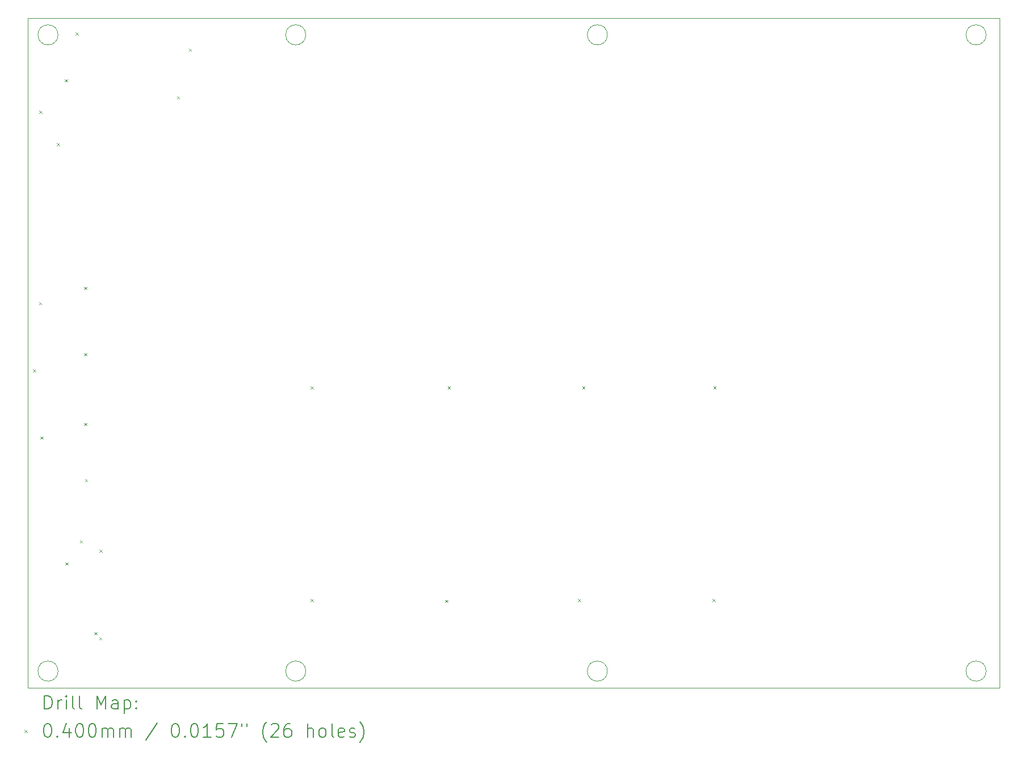
<source format=gbr>
%TF.GenerationSoftware,KiCad,Pcbnew,6.0.8*%
%TF.CreationDate,2022-10-19T16:48:47+03:00*%
%TF.ProjectId,keypad,6b657970-6164-42e6-9b69-6361645f7063,B*%
%TF.SameCoordinates,Original*%
%TF.FileFunction,Drillmap*%
%TF.FilePolarity,Positive*%
%FSLAX45Y45*%
G04 Gerber Fmt 4.5, Leading zero omitted, Abs format (unit mm)*
G04 Created by KiCad (PCBNEW 6.0.8) date 2022-10-19 16:48:47*
%MOMM*%
%LPD*%
G01*
G04 APERTURE LIST*
%ADD10C,0.100000*%
%ADD11C,0.200000*%
%ADD12C,0.040000*%
G04 APERTURE END LIST*
D10*
X16734000Y-4640400D02*
G75*
G03*
X16734000Y-4640400I-150000J0D01*
G01*
X8538800Y-4640400D02*
G75*
G03*
X8538800Y-4640400I-150000J0D01*
G01*
X8084000Y-4390400D02*
X22584000Y-4390400D01*
X22584000Y-4390400D02*
X22584000Y-14390400D01*
X22584000Y-14390400D02*
X8084000Y-14390400D01*
X8084000Y-14390400D02*
X8084000Y-4390400D01*
X22381800Y-14140400D02*
G75*
G03*
X22381800Y-14140400I-150000J0D01*
G01*
X16734000Y-14140400D02*
G75*
G03*
X16734000Y-14140400I-150000J0D01*
G01*
X8538800Y-14140400D02*
G75*
G03*
X8538800Y-14140400I-150000J0D01*
G01*
X12234000Y-4640400D02*
G75*
G03*
X12234000Y-4640400I-150000J0D01*
G01*
X22381800Y-4640400D02*
G75*
G03*
X22381800Y-4640400I-150000J0D01*
G01*
X12234000Y-14140400D02*
G75*
G03*
X12234000Y-14140400I-150000J0D01*
G01*
D11*
D12*
X8165600Y-9633300D02*
X8205600Y-9673300D01*
X8205600Y-9633300D02*
X8165600Y-9673300D01*
X8254500Y-8630000D02*
X8294500Y-8670000D01*
X8294500Y-8630000D02*
X8254500Y-8670000D01*
X8261250Y-5772500D02*
X8301250Y-5812500D01*
X8301250Y-5772500D02*
X8261250Y-5812500D01*
X8276050Y-10636600D02*
X8316050Y-10676600D01*
X8316050Y-10636600D02*
X8276050Y-10676600D01*
X8521200Y-6255100D02*
X8561200Y-6295100D01*
X8561200Y-6255100D02*
X8521200Y-6295100D01*
X8641750Y-5302600D02*
X8681750Y-5342600D01*
X8681750Y-5302600D02*
X8641750Y-5342600D01*
X8648200Y-12516200D02*
X8688200Y-12556200D01*
X8688200Y-12516200D02*
X8648200Y-12556200D01*
X8800600Y-4604100D02*
X8840600Y-4644100D01*
X8840600Y-4604100D02*
X8800600Y-4644100D01*
X8864100Y-12186000D02*
X8904100Y-12226000D01*
X8904100Y-12186000D02*
X8864100Y-12226000D01*
X8927600Y-8401400D02*
X8967600Y-8441400D01*
X8967600Y-8401400D02*
X8927600Y-8441400D01*
X8927600Y-9392000D02*
X8967600Y-9432000D01*
X8967600Y-9392000D02*
X8927600Y-9432000D01*
X8927600Y-10433400D02*
X8967600Y-10473400D01*
X8967600Y-10433400D02*
X8927600Y-10473400D01*
X8940300Y-11271600D02*
X8980300Y-11311600D01*
X8980300Y-11271600D02*
X8940300Y-11311600D01*
X9080000Y-13557600D02*
X9120000Y-13597600D01*
X9120000Y-13557600D02*
X9080000Y-13597600D01*
X9151954Y-13633922D02*
X9191954Y-13673922D01*
X9191954Y-13633922D02*
X9151954Y-13673922D01*
X9156200Y-12325700D02*
X9196200Y-12365700D01*
X9196200Y-12325700D02*
X9156200Y-12365700D01*
X10311900Y-5556600D02*
X10351900Y-5596600D01*
X10351900Y-5556600D02*
X10311900Y-5596600D01*
X10489700Y-4845400D02*
X10529700Y-4885400D01*
X10529700Y-4845400D02*
X10489700Y-4885400D01*
X12305800Y-9887300D02*
X12345800Y-9927300D01*
X12345800Y-9887300D02*
X12305800Y-9927300D01*
X12305800Y-13062300D02*
X12345800Y-13102300D01*
X12345800Y-13062300D02*
X12305800Y-13102300D01*
X14312400Y-13075000D02*
X14352400Y-13115000D01*
X14352400Y-13075000D02*
X14312400Y-13115000D01*
X14350500Y-9887300D02*
X14390500Y-9927300D01*
X14390500Y-9887300D02*
X14350500Y-9927300D01*
X16293600Y-13062300D02*
X16333600Y-13102300D01*
X16333600Y-13062300D02*
X16293600Y-13102300D01*
X16357100Y-9887300D02*
X16397100Y-9927300D01*
X16397100Y-9887300D02*
X16357100Y-9927300D01*
X18300200Y-13062300D02*
X18340200Y-13102300D01*
X18340200Y-13062300D02*
X18300200Y-13102300D01*
X18312900Y-9887300D02*
X18352900Y-9927300D01*
X18352900Y-9887300D02*
X18312900Y-9927300D01*
D11*
X8336619Y-14705876D02*
X8336619Y-14505876D01*
X8384238Y-14505876D01*
X8412810Y-14515400D01*
X8431857Y-14534448D01*
X8441381Y-14553495D01*
X8450905Y-14591590D01*
X8450905Y-14620162D01*
X8441381Y-14658257D01*
X8431857Y-14677305D01*
X8412810Y-14696352D01*
X8384238Y-14705876D01*
X8336619Y-14705876D01*
X8536619Y-14705876D02*
X8536619Y-14572543D01*
X8536619Y-14610638D02*
X8546143Y-14591590D01*
X8555667Y-14582067D01*
X8574714Y-14572543D01*
X8593762Y-14572543D01*
X8660429Y-14705876D02*
X8660429Y-14572543D01*
X8660429Y-14505876D02*
X8650905Y-14515400D01*
X8660429Y-14524924D01*
X8669952Y-14515400D01*
X8660429Y-14505876D01*
X8660429Y-14524924D01*
X8784238Y-14705876D02*
X8765190Y-14696352D01*
X8755667Y-14677305D01*
X8755667Y-14505876D01*
X8889000Y-14705876D02*
X8869952Y-14696352D01*
X8860429Y-14677305D01*
X8860429Y-14505876D01*
X9117571Y-14705876D02*
X9117571Y-14505876D01*
X9184238Y-14648733D01*
X9250905Y-14505876D01*
X9250905Y-14705876D01*
X9431857Y-14705876D02*
X9431857Y-14601114D01*
X9422333Y-14582067D01*
X9403286Y-14572543D01*
X9365190Y-14572543D01*
X9346143Y-14582067D01*
X9431857Y-14696352D02*
X9412810Y-14705876D01*
X9365190Y-14705876D01*
X9346143Y-14696352D01*
X9336619Y-14677305D01*
X9336619Y-14658257D01*
X9346143Y-14639209D01*
X9365190Y-14629686D01*
X9412810Y-14629686D01*
X9431857Y-14620162D01*
X9527095Y-14572543D02*
X9527095Y-14772543D01*
X9527095Y-14582067D02*
X9546143Y-14572543D01*
X9584238Y-14572543D01*
X9603286Y-14582067D01*
X9612810Y-14591590D01*
X9622333Y-14610638D01*
X9622333Y-14667781D01*
X9612810Y-14686828D01*
X9603286Y-14696352D01*
X9584238Y-14705876D01*
X9546143Y-14705876D01*
X9527095Y-14696352D01*
X9708048Y-14686828D02*
X9717571Y-14696352D01*
X9708048Y-14705876D01*
X9698524Y-14696352D01*
X9708048Y-14686828D01*
X9708048Y-14705876D01*
X9708048Y-14582067D02*
X9717571Y-14591590D01*
X9708048Y-14601114D01*
X9698524Y-14591590D01*
X9708048Y-14582067D01*
X9708048Y-14601114D01*
D12*
X8039000Y-15015400D02*
X8079000Y-15055400D01*
X8079000Y-15015400D02*
X8039000Y-15055400D01*
D11*
X8374714Y-14925876D02*
X8393762Y-14925876D01*
X8412810Y-14935400D01*
X8422333Y-14944924D01*
X8431857Y-14963971D01*
X8441381Y-15002067D01*
X8441381Y-15049686D01*
X8431857Y-15087781D01*
X8422333Y-15106828D01*
X8412810Y-15116352D01*
X8393762Y-15125876D01*
X8374714Y-15125876D01*
X8355667Y-15116352D01*
X8346143Y-15106828D01*
X8336619Y-15087781D01*
X8327095Y-15049686D01*
X8327095Y-15002067D01*
X8336619Y-14963971D01*
X8346143Y-14944924D01*
X8355667Y-14935400D01*
X8374714Y-14925876D01*
X8527095Y-15106828D02*
X8536619Y-15116352D01*
X8527095Y-15125876D01*
X8517571Y-15116352D01*
X8527095Y-15106828D01*
X8527095Y-15125876D01*
X8708048Y-14992543D02*
X8708048Y-15125876D01*
X8660429Y-14916352D02*
X8612810Y-15059209D01*
X8736619Y-15059209D01*
X8850905Y-14925876D02*
X8869952Y-14925876D01*
X8889000Y-14935400D01*
X8898524Y-14944924D01*
X8908048Y-14963971D01*
X8917571Y-15002067D01*
X8917571Y-15049686D01*
X8908048Y-15087781D01*
X8898524Y-15106828D01*
X8889000Y-15116352D01*
X8869952Y-15125876D01*
X8850905Y-15125876D01*
X8831857Y-15116352D01*
X8822333Y-15106828D01*
X8812810Y-15087781D01*
X8803286Y-15049686D01*
X8803286Y-15002067D01*
X8812810Y-14963971D01*
X8822333Y-14944924D01*
X8831857Y-14935400D01*
X8850905Y-14925876D01*
X9041381Y-14925876D02*
X9060429Y-14925876D01*
X9079476Y-14935400D01*
X9089000Y-14944924D01*
X9098524Y-14963971D01*
X9108048Y-15002067D01*
X9108048Y-15049686D01*
X9098524Y-15087781D01*
X9089000Y-15106828D01*
X9079476Y-15116352D01*
X9060429Y-15125876D01*
X9041381Y-15125876D01*
X9022333Y-15116352D01*
X9012810Y-15106828D01*
X9003286Y-15087781D01*
X8993762Y-15049686D01*
X8993762Y-15002067D01*
X9003286Y-14963971D01*
X9012810Y-14944924D01*
X9022333Y-14935400D01*
X9041381Y-14925876D01*
X9193762Y-15125876D02*
X9193762Y-14992543D01*
X9193762Y-15011590D02*
X9203286Y-15002067D01*
X9222333Y-14992543D01*
X9250905Y-14992543D01*
X9269952Y-15002067D01*
X9279476Y-15021114D01*
X9279476Y-15125876D01*
X9279476Y-15021114D02*
X9289000Y-15002067D01*
X9308048Y-14992543D01*
X9336619Y-14992543D01*
X9355667Y-15002067D01*
X9365190Y-15021114D01*
X9365190Y-15125876D01*
X9460429Y-15125876D02*
X9460429Y-14992543D01*
X9460429Y-15011590D02*
X9469952Y-15002067D01*
X9489000Y-14992543D01*
X9517571Y-14992543D01*
X9536619Y-15002067D01*
X9546143Y-15021114D01*
X9546143Y-15125876D01*
X9546143Y-15021114D02*
X9555667Y-15002067D01*
X9574714Y-14992543D01*
X9603286Y-14992543D01*
X9622333Y-15002067D01*
X9631857Y-15021114D01*
X9631857Y-15125876D01*
X10022333Y-14916352D02*
X9850905Y-15173495D01*
X10279476Y-14925876D02*
X10298524Y-14925876D01*
X10317571Y-14935400D01*
X10327095Y-14944924D01*
X10336619Y-14963971D01*
X10346143Y-15002067D01*
X10346143Y-15049686D01*
X10336619Y-15087781D01*
X10327095Y-15106828D01*
X10317571Y-15116352D01*
X10298524Y-15125876D01*
X10279476Y-15125876D01*
X10260429Y-15116352D01*
X10250905Y-15106828D01*
X10241381Y-15087781D01*
X10231857Y-15049686D01*
X10231857Y-15002067D01*
X10241381Y-14963971D01*
X10250905Y-14944924D01*
X10260429Y-14935400D01*
X10279476Y-14925876D01*
X10431857Y-15106828D02*
X10441381Y-15116352D01*
X10431857Y-15125876D01*
X10422333Y-15116352D01*
X10431857Y-15106828D01*
X10431857Y-15125876D01*
X10565190Y-14925876D02*
X10584238Y-14925876D01*
X10603286Y-14935400D01*
X10612810Y-14944924D01*
X10622333Y-14963971D01*
X10631857Y-15002067D01*
X10631857Y-15049686D01*
X10622333Y-15087781D01*
X10612810Y-15106828D01*
X10603286Y-15116352D01*
X10584238Y-15125876D01*
X10565190Y-15125876D01*
X10546143Y-15116352D01*
X10536619Y-15106828D01*
X10527095Y-15087781D01*
X10517571Y-15049686D01*
X10517571Y-15002067D01*
X10527095Y-14963971D01*
X10536619Y-14944924D01*
X10546143Y-14935400D01*
X10565190Y-14925876D01*
X10822333Y-15125876D02*
X10708048Y-15125876D01*
X10765190Y-15125876D02*
X10765190Y-14925876D01*
X10746143Y-14954448D01*
X10727095Y-14973495D01*
X10708048Y-14983019D01*
X11003286Y-14925876D02*
X10908048Y-14925876D01*
X10898524Y-15021114D01*
X10908048Y-15011590D01*
X10927095Y-15002067D01*
X10974714Y-15002067D01*
X10993762Y-15011590D01*
X11003286Y-15021114D01*
X11012810Y-15040162D01*
X11012810Y-15087781D01*
X11003286Y-15106828D01*
X10993762Y-15116352D01*
X10974714Y-15125876D01*
X10927095Y-15125876D01*
X10908048Y-15116352D01*
X10898524Y-15106828D01*
X11079476Y-14925876D02*
X11212809Y-14925876D01*
X11127095Y-15125876D01*
X11279476Y-14925876D02*
X11279476Y-14963971D01*
X11355667Y-14925876D02*
X11355667Y-14963971D01*
X11650905Y-15202067D02*
X11641381Y-15192543D01*
X11622333Y-15163971D01*
X11612809Y-15144924D01*
X11603286Y-15116352D01*
X11593762Y-15068733D01*
X11593762Y-15030638D01*
X11603286Y-14983019D01*
X11612809Y-14954448D01*
X11622333Y-14935400D01*
X11641381Y-14906828D01*
X11650905Y-14897305D01*
X11717571Y-14944924D02*
X11727095Y-14935400D01*
X11746143Y-14925876D01*
X11793762Y-14925876D01*
X11812809Y-14935400D01*
X11822333Y-14944924D01*
X11831857Y-14963971D01*
X11831857Y-14983019D01*
X11822333Y-15011590D01*
X11708048Y-15125876D01*
X11831857Y-15125876D01*
X12003286Y-14925876D02*
X11965190Y-14925876D01*
X11946143Y-14935400D01*
X11936619Y-14944924D01*
X11917571Y-14973495D01*
X11908048Y-15011590D01*
X11908048Y-15087781D01*
X11917571Y-15106828D01*
X11927095Y-15116352D01*
X11946143Y-15125876D01*
X11984238Y-15125876D01*
X12003286Y-15116352D01*
X12012809Y-15106828D01*
X12022333Y-15087781D01*
X12022333Y-15040162D01*
X12012809Y-15021114D01*
X12003286Y-15011590D01*
X11984238Y-15002067D01*
X11946143Y-15002067D01*
X11927095Y-15011590D01*
X11917571Y-15021114D01*
X11908048Y-15040162D01*
X12260428Y-15125876D02*
X12260428Y-14925876D01*
X12346143Y-15125876D02*
X12346143Y-15021114D01*
X12336619Y-15002067D01*
X12317571Y-14992543D01*
X12289000Y-14992543D01*
X12269952Y-15002067D01*
X12260428Y-15011590D01*
X12469952Y-15125876D02*
X12450905Y-15116352D01*
X12441381Y-15106828D01*
X12431857Y-15087781D01*
X12431857Y-15030638D01*
X12441381Y-15011590D01*
X12450905Y-15002067D01*
X12469952Y-14992543D01*
X12498524Y-14992543D01*
X12517571Y-15002067D01*
X12527095Y-15011590D01*
X12536619Y-15030638D01*
X12536619Y-15087781D01*
X12527095Y-15106828D01*
X12517571Y-15116352D01*
X12498524Y-15125876D01*
X12469952Y-15125876D01*
X12650905Y-15125876D02*
X12631857Y-15116352D01*
X12622333Y-15097305D01*
X12622333Y-14925876D01*
X12803286Y-15116352D02*
X12784238Y-15125876D01*
X12746143Y-15125876D01*
X12727095Y-15116352D01*
X12717571Y-15097305D01*
X12717571Y-15021114D01*
X12727095Y-15002067D01*
X12746143Y-14992543D01*
X12784238Y-14992543D01*
X12803286Y-15002067D01*
X12812809Y-15021114D01*
X12812809Y-15040162D01*
X12717571Y-15059209D01*
X12889000Y-15116352D02*
X12908048Y-15125876D01*
X12946143Y-15125876D01*
X12965190Y-15116352D01*
X12974714Y-15097305D01*
X12974714Y-15087781D01*
X12965190Y-15068733D01*
X12946143Y-15059209D01*
X12917571Y-15059209D01*
X12898524Y-15049686D01*
X12889000Y-15030638D01*
X12889000Y-15021114D01*
X12898524Y-15002067D01*
X12917571Y-14992543D01*
X12946143Y-14992543D01*
X12965190Y-15002067D01*
X13041381Y-15202067D02*
X13050905Y-15192543D01*
X13069952Y-15163971D01*
X13079476Y-15144924D01*
X13089000Y-15116352D01*
X13098524Y-15068733D01*
X13098524Y-15030638D01*
X13089000Y-14983019D01*
X13079476Y-14954448D01*
X13069952Y-14935400D01*
X13050905Y-14906828D01*
X13041381Y-14897305D01*
M02*

</source>
